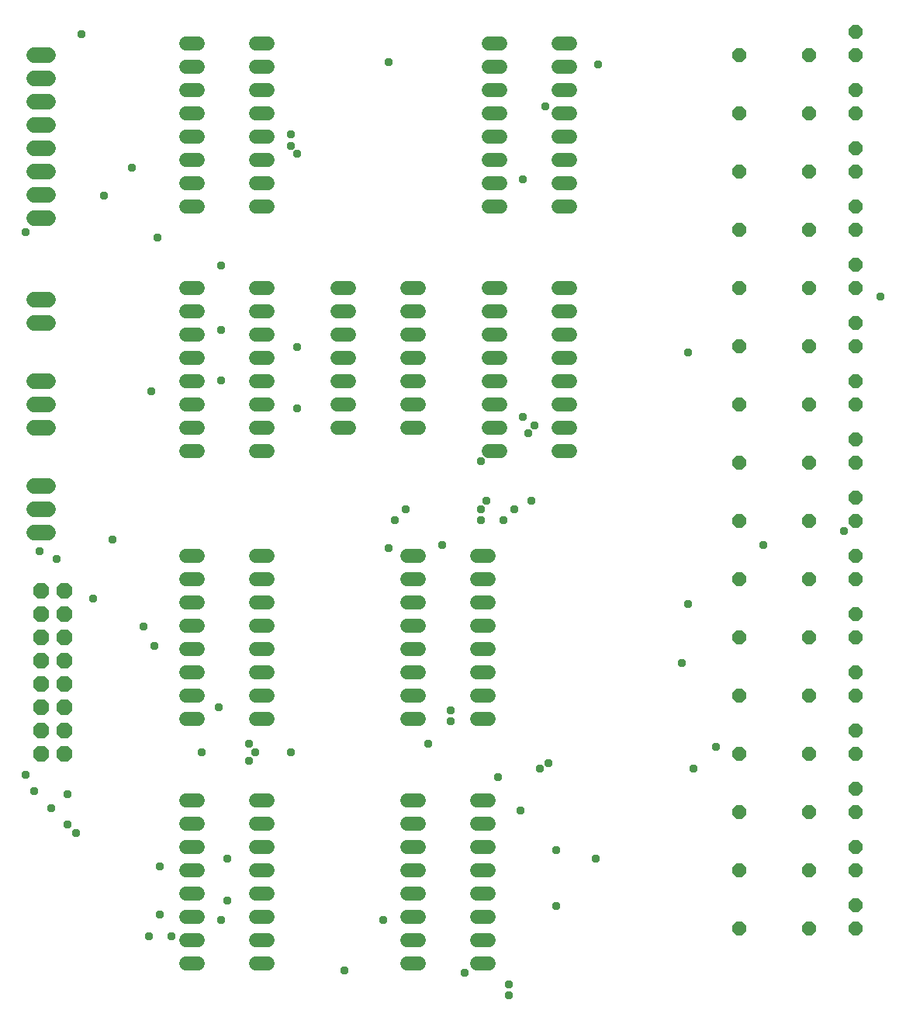
<source format=gbr>
G04 EAGLE Gerber RS-274X export*
G75*
%MOMM*%
%FSLAX34Y34*%
%LPD*%
%INSoldermask Bottom*%
%IPPOS*%
%AMOC8*
5,1,8,0,0,1.08239X$1,22.5*%
G01*
%ADD10C,1.524000*%
%ADD11P,1.649562X8X292.500000*%
%ADD12P,1.649562X8X22.500000*%
%ADD13C,1.727200*%
%ADD14P,1.869504X8X292.500000*%
%ADD15C,0.959600*%


D10*
X590296Y1181100D02*
X603504Y1181100D01*
X603504Y1155700D02*
X590296Y1155700D01*
X590296Y1028700D02*
X603504Y1028700D01*
X603504Y1003300D02*
X590296Y1003300D01*
X590296Y1130300D02*
X603504Y1130300D01*
X603504Y1104900D02*
X590296Y1104900D01*
X590296Y1054100D02*
X603504Y1054100D01*
X603504Y1079500D02*
X590296Y1079500D01*
X666496Y1003300D02*
X679704Y1003300D01*
X679704Y1028700D02*
X666496Y1028700D01*
X666496Y1054100D02*
X679704Y1054100D01*
X679704Y1079500D02*
X666496Y1079500D01*
X666496Y1104900D02*
X679704Y1104900D01*
X679704Y1130300D02*
X666496Y1130300D01*
X666496Y1155700D02*
X679704Y1155700D01*
X679704Y1181100D02*
X666496Y1181100D01*
X603504Y914400D02*
X590296Y914400D01*
X590296Y889000D02*
X603504Y889000D01*
X603504Y762000D02*
X590296Y762000D01*
X590296Y736600D02*
X603504Y736600D01*
X603504Y863600D02*
X590296Y863600D01*
X590296Y838200D02*
X603504Y838200D01*
X603504Y787400D02*
X590296Y787400D01*
X590296Y812800D02*
X603504Y812800D01*
X666496Y736600D02*
X679704Y736600D01*
X679704Y762000D02*
X666496Y762000D01*
X666496Y787400D02*
X679704Y787400D01*
X679704Y812800D02*
X666496Y812800D01*
X666496Y838200D02*
X679704Y838200D01*
X679704Y863600D02*
X666496Y863600D01*
X666496Y889000D02*
X679704Y889000D01*
X679704Y914400D02*
X666496Y914400D01*
X438404Y914400D02*
X425196Y914400D01*
X425196Y889000D02*
X438404Y889000D01*
X438404Y762000D02*
X425196Y762000D01*
X501396Y762000D02*
X514604Y762000D01*
X438404Y863600D02*
X425196Y863600D01*
X425196Y838200D02*
X438404Y838200D01*
X438404Y787400D02*
X425196Y787400D01*
X425196Y812800D02*
X438404Y812800D01*
X501396Y787400D02*
X514604Y787400D01*
X514604Y812800D02*
X501396Y812800D01*
X501396Y838200D02*
X514604Y838200D01*
X514604Y863600D02*
X501396Y863600D01*
X501396Y889000D02*
X514604Y889000D01*
X514604Y914400D02*
X501396Y914400D01*
X273304Y914400D02*
X260096Y914400D01*
X260096Y889000D02*
X273304Y889000D01*
X273304Y762000D02*
X260096Y762000D01*
X260096Y736600D02*
X273304Y736600D01*
X273304Y863600D02*
X260096Y863600D01*
X260096Y838200D02*
X273304Y838200D01*
X273304Y787400D02*
X260096Y787400D01*
X260096Y812800D02*
X273304Y812800D01*
X336296Y736600D02*
X349504Y736600D01*
X349504Y762000D02*
X336296Y762000D01*
X336296Y787400D02*
X349504Y787400D01*
X349504Y812800D02*
X336296Y812800D01*
X336296Y838200D02*
X349504Y838200D01*
X349504Y863600D02*
X336296Y863600D01*
X336296Y889000D02*
X349504Y889000D01*
X349504Y914400D02*
X336296Y914400D01*
X273304Y1181100D02*
X260096Y1181100D01*
X260096Y1155700D02*
X273304Y1155700D01*
X273304Y1028700D02*
X260096Y1028700D01*
X260096Y1003300D02*
X273304Y1003300D01*
X273304Y1130300D02*
X260096Y1130300D01*
X260096Y1104900D02*
X273304Y1104900D01*
X273304Y1054100D02*
X260096Y1054100D01*
X260096Y1079500D02*
X273304Y1079500D01*
X336296Y1003300D02*
X349504Y1003300D01*
X349504Y1028700D02*
X336296Y1028700D01*
X336296Y1054100D02*
X349504Y1054100D01*
X349504Y1079500D02*
X336296Y1079500D01*
X336296Y1104900D02*
X349504Y1104900D01*
X349504Y1130300D02*
X336296Y1130300D01*
X336296Y1155700D02*
X349504Y1155700D01*
X349504Y1181100D02*
X336296Y1181100D01*
D11*
X990600Y1193800D03*
X990600Y1168400D03*
X990600Y622300D03*
X990600Y596900D03*
X990600Y558800D03*
X990600Y533400D03*
X990600Y495300D03*
X990600Y469900D03*
X990600Y431800D03*
X990600Y406400D03*
X990600Y368300D03*
X990600Y342900D03*
X990600Y304800D03*
X990600Y279400D03*
X990600Y241300D03*
X990600Y215900D03*
X990600Y1130300D03*
X990600Y1104900D03*
X990600Y1066800D03*
X990600Y1041400D03*
X990600Y1003300D03*
X990600Y977900D03*
X990600Y939800D03*
X990600Y914400D03*
X990600Y876300D03*
X990600Y850900D03*
X990600Y812800D03*
X990600Y787400D03*
X990600Y749300D03*
X990600Y723900D03*
X990600Y685800D03*
X990600Y660400D03*
D12*
X863600Y1168400D03*
X939800Y1168400D03*
X863600Y596900D03*
X939800Y596900D03*
X863600Y533400D03*
X939800Y533400D03*
X863600Y469900D03*
X939800Y469900D03*
X863600Y406400D03*
X939800Y406400D03*
X863600Y342900D03*
X939800Y342900D03*
X863600Y279400D03*
X939800Y279400D03*
X863600Y215900D03*
X939800Y215900D03*
X863600Y1104900D03*
X939800Y1104900D03*
X863600Y1041400D03*
X939800Y1041400D03*
X863600Y977900D03*
X939800Y977900D03*
X863600Y914400D03*
X939800Y914400D03*
X863600Y850900D03*
X939800Y850900D03*
X863600Y787400D03*
X939800Y787400D03*
X863600Y723900D03*
X939800Y723900D03*
X863600Y660400D03*
X939800Y660400D03*
D10*
X273304Y355600D02*
X260096Y355600D01*
X260096Y330200D02*
X273304Y330200D01*
X273304Y203200D02*
X260096Y203200D01*
X260096Y177800D02*
X273304Y177800D01*
X273304Y304800D02*
X260096Y304800D01*
X260096Y279400D02*
X273304Y279400D01*
X273304Y228600D02*
X260096Y228600D01*
X260096Y254000D02*
X273304Y254000D01*
X336296Y177800D02*
X349504Y177800D01*
X349504Y203200D02*
X336296Y203200D01*
X336296Y228600D02*
X349504Y228600D01*
X349504Y254000D02*
X336296Y254000D01*
X336296Y279400D02*
X349504Y279400D01*
X349504Y304800D02*
X336296Y304800D01*
X336296Y330200D02*
X349504Y330200D01*
X349504Y355600D02*
X336296Y355600D01*
X501396Y355600D02*
X514604Y355600D01*
X514604Y330200D02*
X501396Y330200D01*
X501396Y203200D02*
X514604Y203200D01*
X514604Y177800D02*
X501396Y177800D01*
X501396Y304800D02*
X514604Y304800D01*
X514604Y279400D02*
X501396Y279400D01*
X501396Y228600D02*
X514604Y228600D01*
X514604Y254000D02*
X501396Y254000D01*
X577596Y177800D02*
X590804Y177800D01*
X590804Y203200D02*
X577596Y203200D01*
X577596Y228600D02*
X590804Y228600D01*
X590804Y254000D02*
X577596Y254000D01*
X577596Y279400D02*
X590804Y279400D01*
X590804Y304800D02*
X577596Y304800D01*
X577596Y330200D02*
X590804Y330200D01*
X590804Y355600D02*
X577596Y355600D01*
X514604Y622300D02*
X501396Y622300D01*
X501396Y596900D02*
X514604Y596900D01*
X514604Y469900D02*
X501396Y469900D01*
X501396Y444500D02*
X514604Y444500D01*
X514604Y571500D02*
X501396Y571500D01*
X501396Y546100D02*
X514604Y546100D01*
X514604Y495300D02*
X501396Y495300D01*
X501396Y520700D02*
X514604Y520700D01*
X577596Y444500D02*
X590804Y444500D01*
X590804Y469900D02*
X577596Y469900D01*
X577596Y495300D02*
X590804Y495300D01*
X590804Y520700D02*
X577596Y520700D01*
X577596Y546100D02*
X590804Y546100D01*
X590804Y571500D02*
X577596Y571500D01*
X577596Y596900D02*
X590804Y596900D01*
X590804Y622300D02*
X577596Y622300D01*
X273304Y622300D02*
X260096Y622300D01*
X260096Y596900D02*
X273304Y596900D01*
X273304Y469900D02*
X260096Y469900D01*
X260096Y444500D02*
X273304Y444500D01*
X273304Y571500D02*
X260096Y571500D01*
X260096Y546100D02*
X273304Y546100D01*
X273304Y495300D02*
X260096Y495300D01*
X260096Y520700D02*
X273304Y520700D01*
X336296Y444500D02*
X349504Y444500D01*
X349504Y469900D02*
X336296Y469900D01*
X336296Y495300D02*
X349504Y495300D01*
X349504Y520700D02*
X336296Y520700D01*
X336296Y546100D02*
X349504Y546100D01*
X349504Y571500D02*
X336296Y571500D01*
X336296Y596900D02*
X349504Y596900D01*
X349504Y622300D02*
X336296Y622300D01*
D13*
X109220Y1168400D02*
X93980Y1168400D01*
X93980Y1143000D02*
X109220Y1143000D01*
X109220Y1117600D02*
X93980Y1117600D01*
X93980Y1092200D02*
X109220Y1092200D01*
X109220Y1066800D02*
X93980Y1066800D01*
X93980Y1041400D02*
X109220Y1041400D01*
X109220Y1016000D02*
X93980Y1016000D01*
X93980Y990600D02*
X109220Y990600D01*
D14*
X101600Y584200D03*
X127000Y584200D03*
X101600Y558800D03*
X127000Y558800D03*
X101600Y533400D03*
X127000Y533400D03*
X101600Y508000D03*
X127000Y508000D03*
X101600Y482600D03*
X127000Y482600D03*
X101600Y457200D03*
X127000Y457200D03*
X101600Y431800D03*
X127000Y431800D03*
X101600Y406400D03*
X127000Y406400D03*
D13*
X109220Y698500D02*
X93980Y698500D01*
X93980Y673100D02*
X109220Y673100D01*
X109220Y647700D02*
X93980Y647700D01*
X93980Y812800D02*
X109220Y812800D01*
X109220Y787400D02*
X93980Y787400D01*
X93980Y762000D02*
X109220Y762000D01*
X109220Y876300D02*
X93980Y876300D01*
X93980Y901700D02*
X109220Y901700D01*
D15*
X329184Y399288D03*
X374904Y1069848D03*
X298704Y938784D03*
X381000Y850392D03*
X381000Y783336D03*
X548640Y454152D03*
X374904Y408432D03*
X335280Y408432D03*
X277368Y408432D03*
X548640Y441960D03*
X524256Y417576D03*
X329184Y417576D03*
X304800Y292608D03*
X304800Y246888D03*
X85344Y384048D03*
X231648Y283464D03*
X664464Y301752D03*
X612648Y143256D03*
X94488Y365760D03*
X231648Y231648D03*
X664464Y240792D03*
X612648Y155448D03*
X112776Y347472D03*
X140208Y320040D03*
X633984Y755904D03*
X807720Y569976D03*
X600456Y381000D03*
X627888Y774192D03*
X563880Y167640D03*
X640080Y765048D03*
X838200Y414528D03*
X582168Y725424D03*
X801624Y505968D03*
X179832Y640080D03*
X298704Y225552D03*
X475488Y225552D03*
X813816Y390144D03*
X243840Y207264D03*
X219456Y207264D03*
X627888Y1033272D03*
X978408Y649224D03*
X707136Y292608D03*
X652272Y1112520D03*
X807720Y844296D03*
X890016Y633984D03*
X131064Y362712D03*
X131064Y329184D03*
X606552Y661416D03*
X582168Y661416D03*
X481584Y630936D03*
X637032Y682752D03*
X588264Y682752D03*
X499872Y673608D03*
X487680Y661416D03*
X222504Y801624D03*
X618744Y673608D03*
X582168Y673608D03*
X539496Y633984D03*
X298704Y868680D03*
X298704Y813816D03*
X225552Y524256D03*
X100584Y627888D03*
X228600Y969264D03*
X481584Y1161288D03*
X381000Y1060704D03*
X1018032Y905256D03*
X213360Y545592D03*
X118872Y618744D03*
X170688Y1014984D03*
X201168Y1045464D03*
X710184Y1158240D03*
X374904Y1082040D03*
X158496Y576072D03*
X85344Y975360D03*
X146304Y1191768D03*
X432816Y170688D03*
X624840Y344424D03*
X295656Y457200D03*
X655320Y396240D03*
X646176Y390144D03*
M02*

</source>
